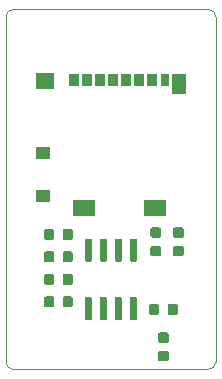
<source format=gbr>
%TF.GenerationSoftware,KiCad,Pcbnew,5.1.5+dfsg1-2~bpo10+1*%
%TF.CreationDate,Date%
%TF.ProjectId,ProMicro_LOG,50726f4d-6963-4726-9f5f-4c4f472e6b69,v1.1*%
%TF.SameCoordinates,Original*%
%TF.FileFunction,Paste,Top*%
%TF.FilePolarity,Positive*%
%FSLAX45Y45*%
G04 Gerber Fmt 4.5, Leading zero omitted, Abs format (unit mm)*
G04 Created by KiCad*
%MOMM*%
%LPD*%
G04 APERTURE LIST*
%ADD10C,0.100000*%
%ADD11C,0.150000*%
%ADD12R,1.900000X1.350000*%
%ADD13R,1.200000X1.000000*%
%ADD14R,1.550000X1.350000*%
%ADD15R,1.170000X1.800000*%
%ADD16R,0.850000X1.100000*%
%ADD17R,0.750000X1.100000*%
G04 APERTURE END LIST*
D10*
X-1587500Y2921000D02*
G75*
G03X-1651000Y2857500I0J-63500D01*
G01*
X127000Y2857500D02*
G75*
G03X63500Y2921000I-63500J0D01*
G01*
X63500Y-127000D02*
G75*
G03X127000Y-63500I0J63500D01*
G01*
X-1651000Y-63500D02*
G75*
G03X-1587500Y-127000I63500J0D01*
G01*
X-1651000Y2857500D02*
X-1651000Y-63500D01*
X63500Y2921000D02*
X-1587500Y2921000D01*
X127000Y-63500D02*
X127000Y2857500D01*
X-1587500Y-127000D02*
X63500Y-127000D01*
D11*
G36*
X-289731Y28395D02*
G01*
X-287607Y28080D01*
X-285525Y27558D01*
X-283504Y26835D01*
X-281563Y25917D01*
X-279722Y24813D01*
X-277998Y23535D01*
X-276407Y22093D01*
X-274965Y20502D01*
X-273687Y18778D01*
X-272583Y16937D01*
X-271665Y14996D01*
X-270942Y12975D01*
X-270420Y10893D01*
X-270105Y8769D01*
X-270000Y6625D01*
X-270000Y-37125D01*
X-270105Y-39269D01*
X-270420Y-41393D01*
X-270942Y-43475D01*
X-271665Y-45496D01*
X-272583Y-47437D01*
X-273687Y-49278D01*
X-274965Y-51002D01*
X-276407Y-52593D01*
X-277998Y-54035D01*
X-279722Y-55313D01*
X-281563Y-56417D01*
X-283504Y-57335D01*
X-285525Y-58058D01*
X-287607Y-58580D01*
X-289731Y-58895D01*
X-291875Y-59000D01*
X-343125Y-59000D01*
X-345269Y-58895D01*
X-347393Y-58580D01*
X-349475Y-58058D01*
X-351496Y-57335D01*
X-353437Y-56417D01*
X-355278Y-55313D01*
X-357002Y-54035D01*
X-358593Y-52593D01*
X-360035Y-51002D01*
X-361313Y-49278D01*
X-362417Y-47437D01*
X-363335Y-45496D01*
X-364058Y-43475D01*
X-364580Y-41393D01*
X-364895Y-39269D01*
X-365000Y-37125D01*
X-365000Y6625D01*
X-364895Y8769D01*
X-364580Y10893D01*
X-364058Y12975D01*
X-363335Y14996D01*
X-362417Y16937D01*
X-361313Y18778D01*
X-360035Y20502D01*
X-358593Y22093D01*
X-357002Y23535D01*
X-355278Y24813D01*
X-353437Y25917D01*
X-351496Y26835D01*
X-349475Y27558D01*
X-347393Y28080D01*
X-345269Y28395D01*
X-343125Y28500D01*
X-291875Y28500D01*
X-289731Y28395D01*
G37*
G36*
X-289731Y185895D02*
G01*
X-287607Y185580D01*
X-285525Y185058D01*
X-283504Y184335D01*
X-281563Y183417D01*
X-279722Y182313D01*
X-277998Y181035D01*
X-276407Y179593D01*
X-274965Y178002D01*
X-273687Y176278D01*
X-272583Y174437D01*
X-271665Y172496D01*
X-270942Y170475D01*
X-270420Y168393D01*
X-270105Y166269D01*
X-270000Y164125D01*
X-270000Y120375D01*
X-270105Y118231D01*
X-270420Y116107D01*
X-270942Y114025D01*
X-271665Y112004D01*
X-272583Y110063D01*
X-273687Y108222D01*
X-274965Y106498D01*
X-276407Y104907D01*
X-277998Y103465D01*
X-279722Y102187D01*
X-281563Y101083D01*
X-283504Y100165D01*
X-285525Y99442D01*
X-287607Y98920D01*
X-289731Y98605D01*
X-291875Y98500D01*
X-343125Y98500D01*
X-345269Y98605D01*
X-347393Y98920D01*
X-349475Y99442D01*
X-351496Y100165D01*
X-353437Y101083D01*
X-355278Y102187D01*
X-357002Y103465D01*
X-358593Y104907D01*
X-360035Y106498D01*
X-361313Y108222D01*
X-362417Y110063D01*
X-363335Y112004D01*
X-364058Y114025D01*
X-364580Y116107D01*
X-364895Y118231D01*
X-365000Y120375D01*
X-365000Y164125D01*
X-364895Y166269D01*
X-364580Y168393D01*
X-364058Y170475D01*
X-363335Y172496D01*
X-362417Y174437D01*
X-361313Y176278D01*
X-360035Y178002D01*
X-358593Y179593D01*
X-357002Y181035D01*
X-355278Y182313D01*
X-353437Y183417D01*
X-351496Y184335D01*
X-349475Y185058D01*
X-347393Y185580D01*
X-345269Y185895D01*
X-343125Y186000D01*
X-291875Y186000D01*
X-289731Y185895D01*
G37*
G36*
X-1103731Y1063395D02*
G01*
X-1101607Y1063080D01*
X-1099525Y1062558D01*
X-1097504Y1061835D01*
X-1095563Y1060917D01*
X-1093722Y1059813D01*
X-1091998Y1058535D01*
X-1090407Y1057093D01*
X-1088965Y1055502D01*
X-1087687Y1053778D01*
X-1086583Y1051937D01*
X-1085665Y1049996D01*
X-1084942Y1047975D01*
X-1084420Y1045893D01*
X-1084105Y1043769D01*
X-1084000Y1041625D01*
X-1084000Y990375D01*
X-1084105Y988231D01*
X-1084420Y986107D01*
X-1084942Y984025D01*
X-1085665Y982004D01*
X-1086583Y980063D01*
X-1087687Y978222D01*
X-1088965Y976498D01*
X-1090407Y974907D01*
X-1091998Y973465D01*
X-1093722Y972187D01*
X-1095563Y971083D01*
X-1097504Y970165D01*
X-1099525Y969442D01*
X-1101607Y968920D01*
X-1103731Y968605D01*
X-1105875Y968500D01*
X-1149625Y968500D01*
X-1151769Y968605D01*
X-1153893Y968920D01*
X-1155975Y969442D01*
X-1157996Y970165D01*
X-1159937Y971083D01*
X-1161778Y972187D01*
X-1163502Y973465D01*
X-1165093Y974907D01*
X-1166535Y976498D01*
X-1167813Y978222D01*
X-1168917Y980063D01*
X-1169835Y982004D01*
X-1170558Y984025D01*
X-1171080Y986107D01*
X-1171395Y988231D01*
X-1171500Y990375D01*
X-1171500Y1041625D01*
X-1171395Y1043769D01*
X-1171080Y1045893D01*
X-1170558Y1047975D01*
X-1169835Y1049996D01*
X-1168917Y1051937D01*
X-1167813Y1053778D01*
X-1166535Y1055502D01*
X-1165093Y1057093D01*
X-1163502Y1058535D01*
X-1161778Y1059813D01*
X-1159937Y1060917D01*
X-1157996Y1061835D01*
X-1155975Y1062558D01*
X-1153893Y1063080D01*
X-1151769Y1063395D01*
X-1149625Y1063500D01*
X-1105875Y1063500D01*
X-1103731Y1063395D01*
G37*
G36*
X-1261231Y1063395D02*
G01*
X-1259107Y1063080D01*
X-1257025Y1062558D01*
X-1255004Y1061835D01*
X-1253063Y1060917D01*
X-1251222Y1059813D01*
X-1249498Y1058535D01*
X-1247907Y1057093D01*
X-1246465Y1055502D01*
X-1245187Y1053778D01*
X-1244083Y1051937D01*
X-1243165Y1049996D01*
X-1242442Y1047975D01*
X-1241920Y1045893D01*
X-1241605Y1043769D01*
X-1241500Y1041625D01*
X-1241500Y990375D01*
X-1241605Y988231D01*
X-1241920Y986107D01*
X-1242442Y984025D01*
X-1243165Y982004D01*
X-1244083Y980063D01*
X-1245187Y978222D01*
X-1246465Y976498D01*
X-1247907Y974907D01*
X-1249498Y973465D01*
X-1251222Y972187D01*
X-1253063Y971083D01*
X-1255004Y970165D01*
X-1257025Y969442D01*
X-1259107Y968920D01*
X-1261231Y968605D01*
X-1263375Y968500D01*
X-1307125Y968500D01*
X-1309269Y968605D01*
X-1311393Y968920D01*
X-1313475Y969442D01*
X-1315496Y970165D01*
X-1317437Y971083D01*
X-1319278Y972187D01*
X-1321002Y973465D01*
X-1322593Y974907D01*
X-1324035Y976498D01*
X-1325313Y978222D01*
X-1326417Y980063D01*
X-1327335Y982004D01*
X-1328058Y984025D01*
X-1328580Y986107D01*
X-1328895Y988231D01*
X-1329000Y990375D01*
X-1329000Y1041625D01*
X-1328895Y1043769D01*
X-1328580Y1045893D01*
X-1328058Y1047975D01*
X-1327335Y1049996D01*
X-1326417Y1051937D01*
X-1325313Y1053778D01*
X-1324035Y1055502D01*
X-1322593Y1057093D01*
X-1321002Y1058535D01*
X-1319278Y1059813D01*
X-1317437Y1060917D01*
X-1315496Y1061835D01*
X-1313475Y1062558D01*
X-1311393Y1063080D01*
X-1309269Y1063395D01*
X-1307125Y1063500D01*
X-1263375Y1063500D01*
X-1261231Y1063395D01*
G37*
G36*
X-353231Y1074895D02*
G01*
X-351107Y1074580D01*
X-349025Y1074058D01*
X-347004Y1073335D01*
X-345063Y1072417D01*
X-343222Y1071313D01*
X-341498Y1070035D01*
X-339907Y1068593D01*
X-338465Y1067002D01*
X-337187Y1065278D01*
X-336083Y1063437D01*
X-335165Y1061496D01*
X-334442Y1059475D01*
X-333920Y1057393D01*
X-333605Y1055269D01*
X-333500Y1053125D01*
X-333500Y1009375D01*
X-333605Y1007231D01*
X-333920Y1005107D01*
X-334442Y1003025D01*
X-335165Y1001004D01*
X-336083Y999063D01*
X-337187Y997222D01*
X-338465Y995498D01*
X-339907Y993907D01*
X-341498Y992465D01*
X-343222Y991187D01*
X-345063Y990083D01*
X-347004Y989165D01*
X-349025Y988442D01*
X-351107Y987920D01*
X-353231Y987605D01*
X-355375Y987500D01*
X-406625Y987500D01*
X-408769Y987605D01*
X-410893Y987920D01*
X-412975Y988442D01*
X-414996Y989165D01*
X-416937Y990083D01*
X-418778Y991187D01*
X-420502Y992465D01*
X-422093Y993907D01*
X-423535Y995498D01*
X-424813Y997222D01*
X-425917Y999063D01*
X-426835Y1001004D01*
X-427558Y1003025D01*
X-428080Y1005107D01*
X-428395Y1007231D01*
X-428500Y1009375D01*
X-428500Y1053125D01*
X-428395Y1055269D01*
X-428080Y1057393D01*
X-427558Y1059475D01*
X-426835Y1061496D01*
X-425917Y1063437D01*
X-424813Y1065278D01*
X-423535Y1067002D01*
X-422093Y1068593D01*
X-420502Y1070035D01*
X-418778Y1071313D01*
X-416937Y1072417D01*
X-414996Y1073335D01*
X-412975Y1074058D01*
X-410893Y1074580D01*
X-408769Y1074895D01*
X-406625Y1075000D01*
X-355375Y1075000D01*
X-353231Y1074895D01*
G37*
G36*
X-353231Y917395D02*
G01*
X-351107Y917080D01*
X-349025Y916558D01*
X-347004Y915835D01*
X-345063Y914917D01*
X-343222Y913813D01*
X-341498Y912535D01*
X-339907Y911093D01*
X-338465Y909502D01*
X-337187Y907778D01*
X-336083Y905937D01*
X-335165Y903996D01*
X-334442Y901975D01*
X-333920Y899893D01*
X-333605Y897769D01*
X-333500Y895625D01*
X-333500Y851875D01*
X-333605Y849731D01*
X-333920Y847607D01*
X-334442Y845525D01*
X-335165Y843504D01*
X-336083Y841563D01*
X-337187Y839722D01*
X-338465Y837998D01*
X-339907Y836407D01*
X-341498Y834965D01*
X-343222Y833687D01*
X-345063Y832583D01*
X-347004Y831665D01*
X-349025Y830942D01*
X-351107Y830420D01*
X-353231Y830105D01*
X-355375Y830000D01*
X-406625Y830000D01*
X-408769Y830105D01*
X-410893Y830420D01*
X-412975Y830942D01*
X-414996Y831665D01*
X-416937Y832583D01*
X-418778Y833687D01*
X-420502Y834965D01*
X-422093Y836407D01*
X-423535Y837998D01*
X-424813Y839722D01*
X-425917Y841563D01*
X-426835Y843504D01*
X-427558Y845525D01*
X-428080Y847607D01*
X-428395Y849731D01*
X-428500Y851875D01*
X-428500Y895625D01*
X-428395Y897769D01*
X-428080Y899893D01*
X-427558Y901975D01*
X-426835Y903996D01*
X-425917Y905937D01*
X-424813Y907778D01*
X-423535Y909502D01*
X-422093Y911093D01*
X-420502Y912535D01*
X-418778Y913813D01*
X-416937Y914917D01*
X-414996Y915835D01*
X-412975Y916558D01*
X-410893Y917080D01*
X-408769Y917395D01*
X-406625Y917500D01*
X-355375Y917500D01*
X-353231Y917395D01*
G37*
G36*
X-162731Y1074895D02*
G01*
X-160607Y1074580D01*
X-158525Y1074058D01*
X-156504Y1073335D01*
X-154563Y1072417D01*
X-152722Y1071313D01*
X-150998Y1070035D01*
X-149407Y1068593D01*
X-147965Y1067002D01*
X-146687Y1065278D01*
X-145583Y1063437D01*
X-144665Y1061496D01*
X-143942Y1059475D01*
X-143420Y1057393D01*
X-143105Y1055269D01*
X-143000Y1053125D01*
X-143000Y1009375D01*
X-143105Y1007231D01*
X-143420Y1005107D01*
X-143942Y1003025D01*
X-144665Y1001004D01*
X-145583Y999063D01*
X-146687Y997222D01*
X-147965Y995498D01*
X-149407Y993907D01*
X-150998Y992465D01*
X-152722Y991187D01*
X-154563Y990083D01*
X-156504Y989165D01*
X-158525Y988442D01*
X-160607Y987920D01*
X-162731Y987605D01*
X-164875Y987500D01*
X-216125Y987500D01*
X-218269Y987605D01*
X-220393Y987920D01*
X-222475Y988442D01*
X-224496Y989165D01*
X-226437Y990083D01*
X-228278Y991187D01*
X-230002Y992465D01*
X-231593Y993907D01*
X-233035Y995498D01*
X-234313Y997222D01*
X-235417Y999063D01*
X-236335Y1001004D01*
X-237058Y1003025D01*
X-237580Y1005107D01*
X-237895Y1007231D01*
X-238000Y1009375D01*
X-238000Y1053125D01*
X-237895Y1055269D01*
X-237580Y1057393D01*
X-237058Y1059475D01*
X-236335Y1061496D01*
X-235417Y1063437D01*
X-234313Y1065278D01*
X-233035Y1067002D01*
X-231593Y1068593D01*
X-230002Y1070035D01*
X-228278Y1071313D01*
X-226437Y1072417D01*
X-224496Y1073335D01*
X-222475Y1074058D01*
X-220393Y1074580D01*
X-218269Y1074895D01*
X-216125Y1075000D01*
X-164875Y1075000D01*
X-162731Y1074895D01*
G37*
G36*
X-162731Y917395D02*
G01*
X-160607Y917080D01*
X-158525Y916558D01*
X-156504Y915835D01*
X-154563Y914917D01*
X-152722Y913813D01*
X-150998Y912535D01*
X-149407Y911093D01*
X-147965Y909502D01*
X-146687Y907778D01*
X-145583Y905937D01*
X-144665Y903996D01*
X-143942Y901975D01*
X-143420Y899893D01*
X-143105Y897769D01*
X-143000Y895625D01*
X-143000Y851875D01*
X-143105Y849731D01*
X-143420Y847607D01*
X-143942Y845525D01*
X-144665Y843504D01*
X-145583Y841563D01*
X-146687Y839722D01*
X-147965Y837998D01*
X-149407Y836407D01*
X-150998Y834965D01*
X-152722Y833687D01*
X-154563Y832583D01*
X-156504Y831665D01*
X-158525Y830942D01*
X-160607Y830420D01*
X-162731Y830105D01*
X-164875Y830000D01*
X-216125Y830000D01*
X-218269Y830105D01*
X-220393Y830420D01*
X-222475Y830942D01*
X-224496Y831665D01*
X-226437Y832583D01*
X-228278Y833687D01*
X-230002Y834965D01*
X-231593Y836407D01*
X-233035Y837998D01*
X-234313Y839722D01*
X-235417Y841563D01*
X-236335Y843504D01*
X-237058Y845525D01*
X-237580Y847607D01*
X-237895Y849731D01*
X-238000Y851875D01*
X-238000Y895625D01*
X-237895Y897769D01*
X-237580Y899893D01*
X-237058Y901975D01*
X-236335Y903996D01*
X-235417Y905937D01*
X-234313Y907778D01*
X-233035Y909502D01*
X-231593Y911093D01*
X-230002Y912535D01*
X-228278Y913813D01*
X-226437Y914917D01*
X-224496Y915835D01*
X-222475Y916558D01*
X-220393Y917080D01*
X-218269Y917395D01*
X-216125Y917500D01*
X-164875Y917500D01*
X-162731Y917395D01*
G37*
G36*
X-1103731Y872895D02*
G01*
X-1101607Y872580D01*
X-1099525Y872058D01*
X-1097504Y871335D01*
X-1095563Y870417D01*
X-1093722Y869313D01*
X-1091998Y868035D01*
X-1090407Y866593D01*
X-1088965Y865002D01*
X-1087687Y863278D01*
X-1086583Y861437D01*
X-1085665Y859496D01*
X-1084942Y857475D01*
X-1084420Y855393D01*
X-1084105Y853269D01*
X-1084000Y851125D01*
X-1084000Y799875D01*
X-1084105Y797731D01*
X-1084420Y795607D01*
X-1084942Y793525D01*
X-1085665Y791504D01*
X-1086583Y789563D01*
X-1087687Y787722D01*
X-1088965Y785998D01*
X-1090407Y784407D01*
X-1091998Y782965D01*
X-1093722Y781687D01*
X-1095563Y780583D01*
X-1097504Y779665D01*
X-1099525Y778942D01*
X-1101607Y778420D01*
X-1103731Y778105D01*
X-1105875Y778000D01*
X-1149625Y778000D01*
X-1151769Y778105D01*
X-1153893Y778420D01*
X-1155975Y778942D01*
X-1157996Y779665D01*
X-1159937Y780583D01*
X-1161778Y781687D01*
X-1163502Y782965D01*
X-1165093Y784407D01*
X-1166535Y785998D01*
X-1167813Y787722D01*
X-1168917Y789563D01*
X-1169835Y791504D01*
X-1170558Y793525D01*
X-1171080Y795607D01*
X-1171395Y797731D01*
X-1171500Y799875D01*
X-1171500Y851125D01*
X-1171395Y853269D01*
X-1171080Y855393D01*
X-1170558Y857475D01*
X-1169835Y859496D01*
X-1168917Y861437D01*
X-1167813Y863278D01*
X-1166535Y865002D01*
X-1165093Y866593D01*
X-1163502Y868035D01*
X-1161778Y869313D01*
X-1159937Y870417D01*
X-1157996Y871335D01*
X-1155975Y872058D01*
X-1153893Y872580D01*
X-1151769Y872895D01*
X-1149625Y873000D01*
X-1105875Y873000D01*
X-1103731Y872895D01*
G37*
G36*
X-1261231Y872895D02*
G01*
X-1259107Y872580D01*
X-1257025Y872058D01*
X-1255004Y871335D01*
X-1253063Y870417D01*
X-1251222Y869313D01*
X-1249498Y868035D01*
X-1247907Y866593D01*
X-1246465Y865002D01*
X-1245187Y863278D01*
X-1244083Y861437D01*
X-1243165Y859496D01*
X-1242442Y857475D01*
X-1241920Y855393D01*
X-1241605Y853269D01*
X-1241500Y851125D01*
X-1241500Y799875D01*
X-1241605Y797731D01*
X-1241920Y795607D01*
X-1242442Y793525D01*
X-1243165Y791504D01*
X-1244083Y789563D01*
X-1245187Y787722D01*
X-1246465Y785998D01*
X-1247907Y784407D01*
X-1249498Y782965D01*
X-1251222Y781687D01*
X-1253063Y780583D01*
X-1255004Y779665D01*
X-1257025Y778942D01*
X-1259107Y778420D01*
X-1261231Y778105D01*
X-1263375Y778000D01*
X-1307125Y778000D01*
X-1309269Y778105D01*
X-1311393Y778420D01*
X-1313475Y778942D01*
X-1315496Y779665D01*
X-1317437Y780583D01*
X-1319278Y781687D01*
X-1321002Y782965D01*
X-1322593Y784407D01*
X-1324035Y785998D01*
X-1325313Y787722D01*
X-1326417Y789563D01*
X-1327335Y791504D01*
X-1328058Y793525D01*
X-1328580Y795607D01*
X-1328895Y797731D01*
X-1329000Y799875D01*
X-1329000Y851125D01*
X-1328895Y853269D01*
X-1328580Y855393D01*
X-1328058Y857475D01*
X-1327335Y859496D01*
X-1326417Y861437D01*
X-1325313Y863278D01*
X-1324035Y865002D01*
X-1322593Y866593D01*
X-1321002Y868035D01*
X-1319278Y869313D01*
X-1317437Y870417D01*
X-1315496Y871335D01*
X-1313475Y872058D01*
X-1311393Y872580D01*
X-1309269Y872895D01*
X-1307125Y873000D01*
X-1263375Y873000D01*
X-1261231Y872895D01*
G37*
G36*
X-1103731Y682395D02*
G01*
X-1101607Y682080D01*
X-1099525Y681558D01*
X-1097504Y680835D01*
X-1095563Y679917D01*
X-1093722Y678813D01*
X-1091998Y677535D01*
X-1090407Y676093D01*
X-1088965Y674502D01*
X-1087687Y672778D01*
X-1086583Y670937D01*
X-1085665Y668996D01*
X-1084942Y666975D01*
X-1084420Y664893D01*
X-1084105Y662769D01*
X-1084000Y660625D01*
X-1084000Y609375D01*
X-1084105Y607231D01*
X-1084420Y605107D01*
X-1084942Y603025D01*
X-1085665Y601004D01*
X-1086583Y599063D01*
X-1087687Y597222D01*
X-1088965Y595498D01*
X-1090407Y593907D01*
X-1091998Y592465D01*
X-1093722Y591187D01*
X-1095563Y590083D01*
X-1097504Y589165D01*
X-1099525Y588442D01*
X-1101607Y587920D01*
X-1103731Y587605D01*
X-1105875Y587500D01*
X-1149625Y587500D01*
X-1151769Y587605D01*
X-1153893Y587920D01*
X-1155975Y588442D01*
X-1157996Y589165D01*
X-1159937Y590083D01*
X-1161778Y591187D01*
X-1163502Y592465D01*
X-1165093Y593907D01*
X-1166535Y595498D01*
X-1167813Y597222D01*
X-1168917Y599063D01*
X-1169835Y601004D01*
X-1170558Y603025D01*
X-1171080Y605107D01*
X-1171395Y607231D01*
X-1171500Y609375D01*
X-1171500Y660625D01*
X-1171395Y662769D01*
X-1171080Y664893D01*
X-1170558Y666975D01*
X-1169835Y668996D01*
X-1168917Y670937D01*
X-1167813Y672778D01*
X-1166535Y674502D01*
X-1165093Y676093D01*
X-1163502Y677535D01*
X-1161778Y678813D01*
X-1159937Y679917D01*
X-1157996Y680835D01*
X-1155975Y681558D01*
X-1153893Y682080D01*
X-1151769Y682395D01*
X-1149625Y682500D01*
X-1105875Y682500D01*
X-1103731Y682395D01*
G37*
G36*
X-1261231Y682395D02*
G01*
X-1259107Y682080D01*
X-1257025Y681558D01*
X-1255004Y680835D01*
X-1253063Y679917D01*
X-1251222Y678813D01*
X-1249498Y677535D01*
X-1247907Y676093D01*
X-1246465Y674502D01*
X-1245187Y672778D01*
X-1244083Y670937D01*
X-1243165Y668996D01*
X-1242442Y666975D01*
X-1241920Y664893D01*
X-1241605Y662769D01*
X-1241500Y660625D01*
X-1241500Y609375D01*
X-1241605Y607231D01*
X-1241920Y605107D01*
X-1242442Y603025D01*
X-1243165Y601004D01*
X-1244083Y599063D01*
X-1245187Y597222D01*
X-1246465Y595498D01*
X-1247907Y593907D01*
X-1249498Y592465D01*
X-1251222Y591187D01*
X-1253063Y590083D01*
X-1255004Y589165D01*
X-1257025Y588442D01*
X-1259107Y587920D01*
X-1261231Y587605D01*
X-1263375Y587500D01*
X-1307125Y587500D01*
X-1309269Y587605D01*
X-1311393Y587920D01*
X-1313475Y588442D01*
X-1315496Y589165D01*
X-1317437Y590083D01*
X-1319278Y591187D01*
X-1321002Y592465D01*
X-1322593Y593907D01*
X-1324035Y595498D01*
X-1325313Y597222D01*
X-1326417Y599063D01*
X-1327335Y601004D01*
X-1328058Y603025D01*
X-1328580Y605107D01*
X-1328895Y607231D01*
X-1329000Y609375D01*
X-1329000Y660625D01*
X-1328895Y662769D01*
X-1328580Y664893D01*
X-1328058Y666975D01*
X-1327335Y668996D01*
X-1326417Y670937D01*
X-1325313Y672778D01*
X-1324035Y674502D01*
X-1322593Y676093D01*
X-1321002Y677535D01*
X-1319278Y678813D01*
X-1317437Y679917D01*
X-1315496Y680835D01*
X-1313475Y681558D01*
X-1311393Y682080D01*
X-1309269Y682395D01*
X-1307125Y682500D01*
X-1263375Y682500D01*
X-1261231Y682395D01*
G37*
G36*
X-1103731Y491895D02*
G01*
X-1101607Y491580D01*
X-1099525Y491058D01*
X-1097504Y490335D01*
X-1095563Y489417D01*
X-1093722Y488313D01*
X-1091998Y487035D01*
X-1090407Y485593D01*
X-1088965Y484002D01*
X-1087687Y482278D01*
X-1086583Y480437D01*
X-1085665Y478496D01*
X-1084942Y476475D01*
X-1084420Y474393D01*
X-1084105Y472269D01*
X-1084000Y470125D01*
X-1084000Y418875D01*
X-1084105Y416731D01*
X-1084420Y414607D01*
X-1084942Y412525D01*
X-1085665Y410504D01*
X-1086583Y408563D01*
X-1087687Y406722D01*
X-1088965Y404998D01*
X-1090407Y403407D01*
X-1091998Y401965D01*
X-1093722Y400687D01*
X-1095563Y399583D01*
X-1097504Y398665D01*
X-1099525Y397942D01*
X-1101607Y397420D01*
X-1103731Y397105D01*
X-1105875Y397000D01*
X-1149625Y397000D01*
X-1151769Y397105D01*
X-1153893Y397420D01*
X-1155975Y397942D01*
X-1157996Y398665D01*
X-1159937Y399583D01*
X-1161778Y400687D01*
X-1163502Y401965D01*
X-1165093Y403407D01*
X-1166535Y404998D01*
X-1167813Y406722D01*
X-1168917Y408563D01*
X-1169835Y410504D01*
X-1170558Y412525D01*
X-1171080Y414607D01*
X-1171395Y416731D01*
X-1171500Y418875D01*
X-1171500Y470125D01*
X-1171395Y472269D01*
X-1171080Y474393D01*
X-1170558Y476475D01*
X-1169835Y478496D01*
X-1168917Y480437D01*
X-1167813Y482278D01*
X-1166535Y484002D01*
X-1165093Y485593D01*
X-1163502Y487035D01*
X-1161778Y488313D01*
X-1159937Y489417D01*
X-1157996Y490335D01*
X-1155975Y491058D01*
X-1153893Y491580D01*
X-1151769Y491895D01*
X-1149625Y492000D01*
X-1105875Y492000D01*
X-1103731Y491895D01*
G37*
G36*
X-1261231Y491895D02*
G01*
X-1259107Y491580D01*
X-1257025Y491058D01*
X-1255004Y490335D01*
X-1253063Y489417D01*
X-1251222Y488313D01*
X-1249498Y487035D01*
X-1247907Y485593D01*
X-1246465Y484002D01*
X-1245187Y482278D01*
X-1244083Y480437D01*
X-1243165Y478496D01*
X-1242442Y476475D01*
X-1241920Y474393D01*
X-1241605Y472269D01*
X-1241500Y470125D01*
X-1241500Y418875D01*
X-1241605Y416731D01*
X-1241920Y414607D01*
X-1242442Y412525D01*
X-1243165Y410504D01*
X-1244083Y408563D01*
X-1245187Y406722D01*
X-1246465Y404998D01*
X-1247907Y403407D01*
X-1249498Y401965D01*
X-1251222Y400687D01*
X-1253063Y399583D01*
X-1255004Y398665D01*
X-1257025Y397942D01*
X-1259107Y397420D01*
X-1261231Y397105D01*
X-1263375Y397000D01*
X-1307125Y397000D01*
X-1309269Y397105D01*
X-1311393Y397420D01*
X-1313475Y397942D01*
X-1315496Y398665D01*
X-1317437Y399583D01*
X-1319278Y400687D01*
X-1321002Y401965D01*
X-1322593Y403407D01*
X-1324035Y404998D01*
X-1325313Y406722D01*
X-1326417Y408563D01*
X-1327335Y410504D01*
X-1328058Y412525D01*
X-1328580Y414607D01*
X-1328895Y416731D01*
X-1329000Y418875D01*
X-1329000Y470125D01*
X-1328895Y472269D01*
X-1328580Y474393D01*
X-1328058Y476475D01*
X-1327335Y478496D01*
X-1326417Y480437D01*
X-1325313Y482278D01*
X-1324035Y484002D01*
X-1322593Y485593D01*
X-1321002Y487035D01*
X-1319278Y488313D01*
X-1317437Y489417D01*
X-1315496Y490335D01*
X-1313475Y491058D01*
X-1311393Y491580D01*
X-1309269Y491895D01*
X-1307125Y492000D01*
X-1263375Y492000D01*
X-1261231Y491895D01*
G37*
G36*
X-372231Y428395D02*
G01*
X-370107Y428080D01*
X-368025Y427558D01*
X-366004Y426835D01*
X-364063Y425917D01*
X-362222Y424813D01*
X-360498Y423535D01*
X-358907Y422093D01*
X-357465Y420502D01*
X-356187Y418778D01*
X-355083Y416937D01*
X-354165Y414996D01*
X-353442Y412975D01*
X-352920Y410893D01*
X-352605Y408769D01*
X-352500Y406625D01*
X-352500Y355375D01*
X-352605Y353231D01*
X-352920Y351107D01*
X-353442Y349025D01*
X-354165Y347004D01*
X-355083Y345063D01*
X-356187Y343222D01*
X-357465Y341498D01*
X-358907Y339907D01*
X-360498Y338465D01*
X-362222Y337187D01*
X-364063Y336083D01*
X-366004Y335165D01*
X-368025Y334442D01*
X-370107Y333920D01*
X-372231Y333605D01*
X-374375Y333500D01*
X-418125Y333500D01*
X-420269Y333605D01*
X-422393Y333920D01*
X-424475Y334442D01*
X-426496Y335165D01*
X-428437Y336083D01*
X-430278Y337187D01*
X-432002Y338465D01*
X-433593Y339907D01*
X-435035Y341498D01*
X-436313Y343222D01*
X-437417Y345063D01*
X-438335Y347004D01*
X-439058Y349025D01*
X-439580Y351107D01*
X-439895Y353231D01*
X-440000Y355375D01*
X-440000Y406625D01*
X-439895Y408769D01*
X-439580Y410893D01*
X-439058Y412975D01*
X-438335Y414996D01*
X-437417Y416937D01*
X-436313Y418778D01*
X-435035Y420502D01*
X-433593Y422093D01*
X-432002Y423535D01*
X-430278Y424813D01*
X-428437Y425917D01*
X-426496Y426835D01*
X-424475Y427558D01*
X-422393Y428080D01*
X-420269Y428395D01*
X-418125Y428500D01*
X-374375Y428500D01*
X-372231Y428395D01*
G37*
G36*
X-214731Y428395D02*
G01*
X-212607Y428080D01*
X-210525Y427558D01*
X-208504Y426835D01*
X-206563Y425917D01*
X-204722Y424813D01*
X-202998Y423535D01*
X-201407Y422093D01*
X-199965Y420502D01*
X-198687Y418778D01*
X-197583Y416937D01*
X-196665Y414996D01*
X-195942Y412975D01*
X-195420Y410893D01*
X-195105Y408769D01*
X-195000Y406625D01*
X-195000Y355375D01*
X-195105Y353231D01*
X-195420Y351107D01*
X-195942Y349025D01*
X-196665Y347004D01*
X-197583Y345063D01*
X-198687Y343222D01*
X-199965Y341498D01*
X-201407Y339907D01*
X-202998Y338465D01*
X-204722Y337187D01*
X-206563Y336083D01*
X-208504Y335165D01*
X-210525Y334442D01*
X-212607Y333920D01*
X-214731Y333605D01*
X-216875Y333500D01*
X-260625Y333500D01*
X-262769Y333605D01*
X-264893Y333920D01*
X-266975Y334442D01*
X-268996Y335165D01*
X-270937Y336083D01*
X-272778Y337187D01*
X-274502Y338465D01*
X-276093Y339907D01*
X-277535Y341498D01*
X-278813Y343222D01*
X-279917Y345063D01*
X-280835Y347004D01*
X-281558Y349025D01*
X-282080Y351107D01*
X-282395Y353231D01*
X-282500Y355375D01*
X-282500Y406625D01*
X-282395Y408769D01*
X-282080Y410893D01*
X-281558Y412975D01*
X-280835Y414996D01*
X-279917Y416937D01*
X-278813Y418778D01*
X-277535Y420502D01*
X-276093Y422093D01*
X-274502Y423535D01*
X-272778Y424813D01*
X-270937Y425917D01*
X-268996Y426835D01*
X-266975Y427558D01*
X-264893Y428080D01*
X-262769Y428395D01*
X-260625Y428500D01*
X-216875Y428500D01*
X-214731Y428395D01*
G37*
G36*
X-936030Y979928D02*
G01*
X-934574Y979712D01*
X-933146Y979354D01*
X-931760Y978858D01*
X-930429Y978229D01*
X-929166Y977472D01*
X-927984Y976595D01*
X-926893Y975607D01*
X-925905Y974516D01*
X-925028Y973334D01*
X-924271Y972071D01*
X-923642Y970740D01*
X-923146Y969354D01*
X-922788Y967926D01*
X-922572Y966470D01*
X-922500Y965000D01*
X-922500Y800000D01*
X-922572Y798530D01*
X-922788Y797074D01*
X-923146Y795646D01*
X-923642Y794260D01*
X-924271Y792929D01*
X-925028Y791666D01*
X-925905Y790484D01*
X-926893Y789393D01*
X-927984Y788405D01*
X-929166Y787528D01*
X-930429Y786771D01*
X-931760Y786142D01*
X-933146Y785646D01*
X-934574Y785288D01*
X-936030Y785072D01*
X-937500Y785000D01*
X-967500Y785000D01*
X-968970Y785072D01*
X-970426Y785288D01*
X-971854Y785646D01*
X-973240Y786142D01*
X-974571Y786771D01*
X-975834Y787528D01*
X-977016Y788405D01*
X-978107Y789393D01*
X-979095Y790484D01*
X-979972Y791666D01*
X-980729Y792929D01*
X-981358Y794260D01*
X-981854Y795646D01*
X-982212Y797074D01*
X-982428Y798530D01*
X-982500Y800000D01*
X-982500Y965000D01*
X-982428Y966470D01*
X-982212Y967926D01*
X-981854Y969354D01*
X-981358Y970740D01*
X-980729Y972071D01*
X-979972Y973334D01*
X-979095Y974516D01*
X-978107Y975607D01*
X-977016Y976595D01*
X-975834Y977472D01*
X-974571Y978229D01*
X-973240Y978858D01*
X-971854Y979354D01*
X-970426Y979712D01*
X-968970Y979928D01*
X-967500Y980000D01*
X-937500Y980000D01*
X-936030Y979928D01*
G37*
G36*
X-809030Y979928D02*
G01*
X-807574Y979712D01*
X-806146Y979354D01*
X-804760Y978858D01*
X-803429Y978229D01*
X-802166Y977472D01*
X-800984Y976595D01*
X-799893Y975607D01*
X-798905Y974516D01*
X-798028Y973334D01*
X-797271Y972071D01*
X-796642Y970740D01*
X-796146Y969354D01*
X-795788Y967926D01*
X-795572Y966470D01*
X-795500Y965000D01*
X-795500Y800000D01*
X-795572Y798530D01*
X-795788Y797074D01*
X-796146Y795646D01*
X-796642Y794260D01*
X-797271Y792929D01*
X-798028Y791666D01*
X-798905Y790484D01*
X-799893Y789393D01*
X-800984Y788405D01*
X-802166Y787528D01*
X-803429Y786771D01*
X-804760Y786142D01*
X-806146Y785646D01*
X-807574Y785288D01*
X-809030Y785072D01*
X-810500Y785000D01*
X-840500Y785000D01*
X-841970Y785072D01*
X-843426Y785288D01*
X-844854Y785646D01*
X-846240Y786142D01*
X-847571Y786771D01*
X-848834Y787528D01*
X-850016Y788405D01*
X-851107Y789393D01*
X-852095Y790484D01*
X-852972Y791666D01*
X-853729Y792929D01*
X-854358Y794260D01*
X-854854Y795646D01*
X-855212Y797074D01*
X-855428Y798530D01*
X-855500Y800000D01*
X-855500Y965000D01*
X-855428Y966470D01*
X-855212Y967926D01*
X-854854Y969354D01*
X-854358Y970740D01*
X-853729Y972071D01*
X-852972Y973334D01*
X-852095Y974516D01*
X-851107Y975607D01*
X-850016Y976595D01*
X-848834Y977472D01*
X-847571Y978229D01*
X-846240Y978858D01*
X-844854Y979354D01*
X-843426Y979712D01*
X-841970Y979928D01*
X-840500Y980000D01*
X-810500Y980000D01*
X-809030Y979928D01*
G37*
G36*
X-682030Y979928D02*
G01*
X-680574Y979712D01*
X-679146Y979354D01*
X-677760Y978858D01*
X-676429Y978229D01*
X-675166Y977472D01*
X-673984Y976595D01*
X-672893Y975607D01*
X-671905Y974516D01*
X-671028Y973334D01*
X-670271Y972071D01*
X-669642Y970740D01*
X-669146Y969354D01*
X-668788Y967926D01*
X-668572Y966470D01*
X-668500Y965000D01*
X-668500Y800000D01*
X-668572Y798530D01*
X-668788Y797074D01*
X-669146Y795646D01*
X-669642Y794260D01*
X-670271Y792929D01*
X-671028Y791666D01*
X-671905Y790484D01*
X-672893Y789393D01*
X-673984Y788405D01*
X-675166Y787528D01*
X-676429Y786771D01*
X-677760Y786142D01*
X-679146Y785646D01*
X-680574Y785288D01*
X-682030Y785072D01*
X-683500Y785000D01*
X-713500Y785000D01*
X-714970Y785072D01*
X-716426Y785288D01*
X-717854Y785646D01*
X-719240Y786142D01*
X-720571Y786771D01*
X-721834Y787528D01*
X-723016Y788405D01*
X-724107Y789393D01*
X-725095Y790484D01*
X-725972Y791666D01*
X-726729Y792929D01*
X-727358Y794260D01*
X-727854Y795646D01*
X-728212Y797074D01*
X-728428Y798530D01*
X-728500Y800000D01*
X-728500Y965000D01*
X-728428Y966470D01*
X-728212Y967926D01*
X-727854Y969354D01*
X-727358Y970740D01*
X-726729Y972071D01*
X-725972Y973334D01*
X-725095Y974516D01*
X-724107Y975607D01*
X-723016Y976595D01*
X-721834Y977472D01*
X-720571Y978229D01*
X-719240Y978858D01*
X-717854Y979354D01*
X-716426Y979712D01*
X-714970Y979928D01*
X-713500Y980000D01*
X-683500Y980000D01*
X-682030Y979928D01*
G37*
G36*
X-555030Y979928D02*
G01*
X-553574Y979712D01*
X-552146Y979354D01*
X-550760Y978858D01*
X-549429Y978229D01*
X-548166Y977472D01*
X-546984Y976595D01*
X-545893Y975607D01*
X-544905Y974516D01*
X-544028Y973334D01*
X-543271Y972071D01*
X-542642Y970740D01*
X-542146Y969354D01*
X-541788Y967926D01*
X-541572Y966470D01*
X-541500Y965000D01*
X-541500Y800000D01*
X-541572Y798530D01*
X-541788Y797074D01*
X-542146Y795646D01*
X-542642Y794260D01*
X-543271Y792929D01*
X-544028Y791666D01*
X-544905Y790484D01*
X-545893Y789393D01*
X-546984Y788405D01*
X-548166Y787528D01*
X-549429Y786771D01*
X-550760Y786142D01*
X-552146Y785646D01*
X-553574Y785288D01*
X-555030Y785072D01*
X-556500Y785000D01*
X-586500Y785000D01*
X-587970Y785072D01*
X-589426Y785288D01*
X-590854Y785646D01*
X-592240Y786142D01*
X-593571Y786771D01*
X-594834Y787528D01*
X-596016Y788405D01*
X-597107Y789393D01*
X-598095Y790484D01*
X-598972Y791666D01*
X-599729Y792929D01*
X-600358Y794260D01*
X-600854Y795646D01*
X-601212Y797074D01*
X-601428Y798530D01*
X-601500Y800000D01*
X-601500Y965000D01*
X-601428Y966470D01*
X-601212Y967926D01*
X-600854Y969354D01*
X-600358Y970740D01*
X-599729Y972071D01*
X-598972Y973334D01*
X-598095Y974516D01*
X-597107Y975607D01*
X-596016Y976595D01*
X-594834Y977472D01*
X-593571Y978229D01*
X-592240Y978858D01*
X-590854Y979354D01*
X-589426Y979712D01*
X-587970Y979928D01*
X-586500Y980000D01*
X-556500Y980000D01*
X-555030Y979928D01*
G37*
G36*
X-555030Y484928D02*
G01*
X-553574Y484712D01*
X-552146Y484354D01*
X-550760Y483858D01*
X-549429Y483229D01*
X-548166Y482472D01*
X-546984Y481595D01*
X-545893Y480607D01*
X-544905Y479516D01*
X-544028Y478334D01*
X-543271Y477071D01*
X-542642Y475740D01*
X-542146Y474354D01*
X-541788Y472926D01*
X-541572Y471470D01*
X-541500Y470000D01*
X-541500Y305000D01*
X-541572Y303530D01*
X-541788Y302074D01*
X-542146Y300646D01*
X-542642Y299260D01*
X-543271Y297929D01*
X-544028Y296666D01*
X-544905Y295484D01*
X-545893Y294393D01*
X-546984Y293405D01*
X-548166Y292528D01*
X-549429Y291771D01*
X-550760Y291142D01*
X-552146Y290646D01*
X-553574Y290288D01*
X-555030Y290072D01*
X-556500Y290000D01*
X-586500Y290000D01*
X-587970Y290072D01*
X-589426Y290288D01*
X-590854Y290646D01*
X-592240Y291142D01*
X-593571Y291771D01*
X-594834Y292528D01*
X-596016Y293405D01*
X-597107Y294393D01*
X-598095Y295484D01*
X-598972Y296666D01*
X-599729Y297929D01*
X-600358Y299260D01*
X-600854Y300646D01*
X-601212Y302074D01*
X-601428Y303530D01*
X-601500Y305000D01*
X-601500Y470000D01*
X-601428Y471470D01*
X-601212Y472926D01*
X-600854Y474354D01*
X-600358Y475740D01*
X-599729Y477071D01*
X-598972Y478334D01*
X-598095Y479516D01*
X-597107Y480607D01*
X-596016Y481595D01*
X-594834Y482472D01*
X-593571Y483229D01*
X-592240Y483858D01*
X-590854Y484354D01*
X-589426Y484712D01*
X-587970Y484928D01*
X-586500Y485000D01*
X-556500Y485000D01*
X-555030Y484928D01*
G37*
G36*
X-682030Y484928D02*
G01*
X-680574Y484712D01*
X-679146Y484354D01*
X-677760Y483858D01*
X-676429Y483229D01*
X-675166Y482472D01*
X-673984Y481595D01*
X-672893Y480607D01*
X-671905Y479516D01*
X-671028Y478334D01*
X-670271Y477071D01*
X-669642Y475740D01*
X-669146Y474354D01*
X-668788Y472926D01*
X-668572Y471470D01*
X-668500Y470000D01*
X-668500Y305000D01*
X-668572Y303530D01*
X-668788Y302074D01*
X-669146Y300646D01*
X-669642Y299260D01*
X-670271Y297929D01*
X-671028Y296666D01*
X-671905Y295484D01*
X-672893Y294393D01*
X-673984Y293405D01*
X-675166Y292528D01*
X-676429Y291771D01*
X-677760Y291142D01*
X-679146Y290646D01*
X-680574Y290288D01*
X-682030Y290072D01*
X-683500Y290000D01*
X-713500Y290000D01*
X-714970Y290072D01*
X-716426Y290288D01*
X-717854Y290646D01*
X-719240Y291142D01*
X-720571Y291771D01*
X-721834Y292528D01*
X-723016Y293405D01*
X-724107Y294393D01*
X-725095Y295484D01*
X-725972Y296666D01*
X-726729Y297929D01*
X-727358Y299260D01*
X-727854Y300646D01*
X-728212Y302074D01*
X-728428Y303530D01*
X-728500Y305000D01*
X-728500Y470000D01*
X-728428Y471470D01*
X-728212Y472926D01*
X-727854Y474354D01*
X-727358Y475740D01*
X-726729Y477071D01*
X-725972Y478334D01*
X-725095Y479516D01*
X-724107Y480607D01*
X-723016Y481595D01*
X-721834Y482472D01*
X-720571Y483229D01*
X-719240Y483858D01*
X-717854Y484354D01*
X-716426Y484712D01*
X-714970Y484928D01*
X-713500Y485000D01*
X-683500Y485000D01*
X-682030Y484928D01*
G37*
G36*
X-809030Y484928D02*
G01*
X-807574Y484712D01*
X-806146Y484354D01*
X-804760Y483858D01*
X-803429Y483229D01*
X-802166Y482472D01*
X-800984Y481595D01*
X-799893Y480607D01*
X-798905Y479516D01*
X-798028Y478334D01*
X-797271Y477071D01*
X-796642Y475740D01*
X-796146Y474354D01*
X-795788Y472926D01*
X-795572Y471470D01*
X-795500Y470000D01*
X-795500Y305000D01*
X-795572Y303530D01*
X-795788Y302074D01*
X-796146Y300646D01*
X-796642Y299260D01*
X-797271Y297929D01*
X-798028Y296666D01*
X-798905Y295484D01*
X-799893Y294393D01*
X-800984Y293405D01*
X-802166Y292528D01*
X-803429Y291771D01*
X-804760Y291142D01*
X-806146Y290646D01*
X-807574Y290288D01*
X-809030Y290072D01*
X-810500Y290000D01*
X-840500Y290000D01*
X-841970Y290072D01*
X-843426Y290288D01*
X-844854Y290646D01*
X-846240Y291142D01*
X-847571Y291771D01*
X-848834Y292528D01*
X-850016Y293405D01*
X-851107Y294393D01*
X-852095Y295484D01*
X-852972Y296666D01*
X-853729Y297929D01*
X-854358Y299260D01*
X-854854Y300646D01*
X-855212Y302074D01*
X-855428Y303530D01*
X-855500Y305000D01*
X-855500Y470000D01*
X-855428Y471470D01*
X-855212Y472926D01*
X-854854Y474354D01*
X-854358Y475740D01*
X-853729Y477071D01*
X-852972Y478334D01*
X-852095Y479516D01*
X-851107Y480607D01*
X-850016Y481595D01*
X-848834Y482472D01*
X-847571Y483229D01*
X-846240Y483858D01*
X-844854Y484354D01*
X-843426Y484712D01*
X-841970Y484928D01*
X-840500Y485000D01*
X-810500Y485000D01*
X-809030Y484928D01*
G37*
G36*
X-936030Y484928D02*
G01*
X-934574Y484712D01*
X-933146Y484354D01*
X-931760Y483858D01*
X-930429Y483229D01*
X-929166Y482472D01*
X-927984Y481595D01*
X-926893Y480607D01*
X-925905Y479516D01*
X-925028Y478334D01*
X-924271Y477071D01*
X-923642Y475740D01*
X-923146Y474354D01*
X-922788Y472926D01*
X-922572Y471470D01*
X-922500Y470000D01*
X-922500Y305000D01*
X-922572Y303530D01*
X-922788Y302074D01*
X-923146Y300646D01*
X-923642Y299260D01*
X-924271Y297929D01*
X-925028Y296666D01*
X-925905Y295484D01*
X-926893Y294393D01*
X-927984Y293405D01*
X-929166Y292528D01*
X-930429Y291771D01*
X-931760Y291142D01*
X-933146Y290646D01*
X-934574Y290288D01*
X-936030Y290072D01*
X-937500Y290000D01*
X-967500Y290000D01*
X-968970Y290072D01*
X-970426Y290288D01*
X-971854Y290646D01*
X-973240Y291142D01*
X-974571Y291771D01*
X-975834Y292528D01*
X-977016Y293405D01*
X-978107Y294393D01*
X-979095Y295484D01*
X-979972Y296666D01*
X-980729Y297929D01*
X-981358Y299260D01*
X-981854Y300646D01*
X-982212Y302074D01*
X-982428Y303530D01*
X-982500Y305000D01*
X-982500Y470000D01*
X-982428Y471470D01*
X-982212Y472926D01*
X-981854Y474354D01*
X-981358Y475740D01*
X-980729Y477071D01*
X-979972Y478334D01*
X-979095Y479516D01*
X-978107Y480607D01*
X-977016Y481595D01*
X-975834Y482472D01*
X-974571Y483229D01*
X-973240Y483858D01*
X-971854Y484354D01*
X-970426Y484712D01*
X-968970Y484928D01*
X-967500Y485000D01*
X-937500Y485000D01*
X-936030Y484928D01*
G37*
D12*
X-389000Y1240500D03*
X-986000Y1240500D03*
D13*
X-1336000Y1708000D03*
X-1336000Y1338000D03*
D14*
X-1318500Y2310500D03*
D15*
X-186500Y2288000D03*
D16*
X-412500Y2323000D03*
X-522500Y2323000D03*
X-632500Y2323000D03*
X-742500Y2323000D03*
X-852500Y2323000D03*
X-962500Y2323000D03*
D17*
X-307500Y2323000D03*
D16*
X-1072500Y2323000D03*
M02*

</source>
